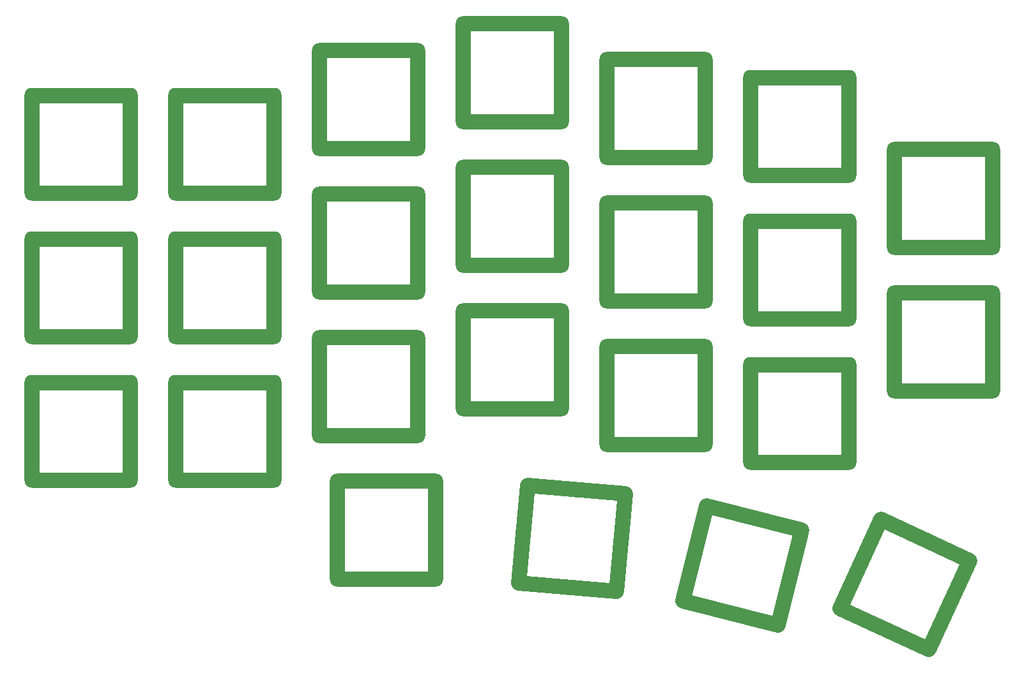
<source format=gbl>
G04 #@! TF.GenerationSoftware,KiCad,Pcbnew,(5.1.4)-1*
G04 #@! TF.CreationDate,2020-07-05T23:15:41+09:00*
G04 #@! TF.ProjectId,pcb-plate,7063622d-706c-4617-9465-2e6b69636164,rev?*
G04 #@! TF.SameCoordinates,PX2faf080PY2faf080*
G04 #@! TF.FileFunction,Copper,L2,Bot*
G04 #@! TF.FilePolarity,Positive*
%FSLAX46Y46*%
G04 Gerber Fmt 4.6, Leading zero omitted, Abs format (unit mm)*
G04 Created by KiCad (PCBNEW (5.1.4)-1) date 2020-07-05 23:15:41*
%MOMM*%
%LPD*%
G04 APERTURE LIST*
%ADD10C,2.000000*%
%ADD11C,2.000000*%
%ADD12O,15.000000X2.000000*%
%ADD13O,2.000000X15.000000*%
G04 APERTURE END LIST*
D10*
X112820880Y-74740165D03*
D11*
X110104744Y-80645468D02*
X115537016Y-68834862D01*
D10*
X124631486Y-80172437D03*
D11*
X121915350Y-86077740D02*
X127347622Y-74267134D01*
D10*
X121442319Y-71550998D03*
D11*
X115537016Y-68834862D02*
X127347622Y-74267134D01*
D10*
X116010047Y-83361604D03*
D11*
X110104744Y-80645468D02*
X121915350Y-86077740D01*
D10*
X98750519Y-68628407D03*
D11*
X92443597Y-67055915D02*
X105057441Y-70200899D01*
D10*
X95605535Y-81242251D03*
D11*
X89298613Y-79669759D02*
X101912457Y-82814743D01*
D10*
X103484949Y-76507821D03*
D11*
X105057441Y-70200899D02*
X101912457Y-82814743D01*
D10*
X90871105Y-73362837D03*
D11*
X92443597Y-67055915D02*
X89298613Y-79669759D01*
D10*
X75196145Y-64868714D03*
D11*
X68721878Y-64290901D02*
X81670412Y-65446527D01*
D10*
X74040519Y-77817248D03*
D11*
X67566252Y-77239435D02*
X80514786Y-78395061D01*
D10*
X81092599Y-71920794D03*
D11*
X81670412Y-65446527D02*
X80514786Y-78395061D01*
D10*
X68144065Y-70765168D03*
D11*
X68721878Y-64290901D02*
X67566252Y-77239435D01*
D12*
X50006250Y-63746875D03*
X50006250Y-76746875D03*
D13*
X56506250Y-70246875D03*
X43506250Y-70246875D03*
D12*
X123825000Y-38743750D03*
X123825000Y-51743750D03*
D13*
X130325000Y-45243750D03*
X117325000Y-45243750D03*
D12*
X104775000Y-48268750D03*
X104775000Y-61268750D03*
D13*
X111275000Y-54768750D03*
X98275000Y-54768750D03*
D12*
X85725000Y-45887500D03*
X85725000Y-58887500D03*
D13*
X92225000Y-52387500D03*
X79225000Y-52387500D03*
D12*
X66675000Y-41125000D03*
X66675000Y-54125000D03*
D13*
X73175000Y-47625000D03*
X60175000Y-47625000D03*
D12*
X47625000Y-44696875D03*
X47625000Y-57696875D03*
D13*
X54125000Y-51196875D03*
X41125000Y-51196875D03*
D12*
X28575000Y-50650000D03*
X28575000Y-63650000D03*
D13*
X35075000Y-57150000D03*
X22075000Y-57150000D03*
D12*
X9525000Y-50650000D03*
X9525000Y-63650000D03*
D13*
X16025000Y-57150000D03*
X3025000Y-57150000D03*
D12*
X123825000Y-19693750D03*
X123825000Y-32693750D03*
D13*
X130325000Y-26193750D03*
X117325000Y-26193750D03*
D12*
X104775000Y-29218750D03*
X104775000Y-42218750D03*
D13*
X111275000Y-35718750D03*
X98275000Y-35718750D03*
D12*
X85725000Y-26837500D03*
X85725000Y-39837500D03*
D13*
X92225000Y-33337500D03*
X79225000Y-33337500D03*
D12*
X66675000Y-22075000D03*
X66675000Y-35075000D03*
D13*
X73175000Y-28575000D03*
X60175000Y-28575000D03*
D12*
X47625000Y-25646875D03*
X47625000Y-38646875D03*
D13*
X54125000Y-32146875D03*
X41125000Y-32146875D03*
D12*
X28575000Y-31600000D03*
X28575000Y-44600000D03*
D13*
X35075000Y-38100000D03*
X22075000Y-38100000D03*
D12*
X9525000Y-31600000D03*
X9525000Y-44600000D03*
D13*
X16025000Y-38100000D03*
X3025000Y-38100000D03*
D12*
X104775000Y-10168750D03*
X104775000Y-23168750D03*
D13*
X111275000Y-16668750D03*
X98275000Y-16668750D03*
D12*
X85725000Y-7787499D03*
X85725000Y-20787499D03*
D13*
X92225000Y-14287499D03*
X79225000Y-14287499D03*
D12*
X66675000Y-3025000D03*
X66675000Y-16025000D03*
D13*
X73175000Y-9525000D03*
X60175000Y-9525000D03*
D12*
X47625000Y-6596875D03*
X47625000Y-19596875D03*
D13*
X54125000Y-13096875D03*
X41125000Y-13096875D03*
D12*
X28575000Y-12550000D03*
X28575000Y-25550000D03*
D13*
X35075000Y-19050000D03*
X22075000Y-19050000D03*
D12*
X9525000Y-12550000D03*
X9525000Y-25550000D03*
D13*
X16025000Y-19050000D03*
X3025000Y-19050000D03*
M02*

</source>
